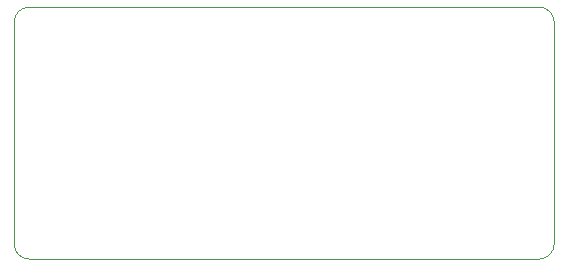
<source format=gbr>
%TF.GenerationSoftware,KiCad,Pcbnew,(6.0.5-0)*%
%TF.CreationDate,2022-07-11T15:01:11+02:00*%
%TF.ProjectId,ESP32-C3_breakout,45535033-322d-4433-935f-627265616b6f,rev?*%
%TF.SameCoordinates,Original*%
%TF.FileFunction,Profile,NP*%
%FSLAX46Y46*%
G04 Gerber Fmt 4.6, Leading zero omitted, Abs format (unit mm)*
G04 Created by KiCad (PCBNEW (6.0.5-0)) date 2022-07-11 15:01:11*
%MOMM*%
%LPD*%
G01*
G04 APERTURE LIST*
%TA.AperFunction,Profile*%
%ADD10C,0.100000*%
%TD*%
G04 APERTURE END LIST*
D10*
X194818000Y-82550000D02*
G75*
G03*
X196088000Y-81280000I0J1270000D01*
G01*
X150368000Y-79756000D02*
X150368000Y-62484000D01*
X151638000Y-61214000D02*
G75*
G03*
X150368000Y-62484000I0J-1270000D01*
G01*
X194818000Y-82550000D02*
X151638000Y-82550000D01*
X196088000Y-62484000D02*
G75*
G03*
X194818000Y-61214000I-1270000J0D01*
G01*
X150368000Y-81280000D02*
X150368000Y-79756000D01*
X196088000Y-62484000D02*
X196088000Y-81280000D01*
X150368000Y-81280000D02*
G75*
G03*
X151638000Y-82550000I1270000J0D01*
G01*
X151638000Y-61214000D02*
X194818000Y-61214000D01*
M02*

</source>
